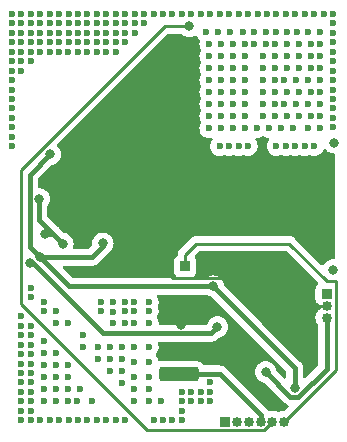
<source format=gbr>
%TF.GenerationSoftware,KiCad,Pcbnew,(6.0.5)*%
%TF.CreationDate,2022-07-19T18:24:44-04:00*%
%TF.ProjectId,torque_motor_design,746f7271-7565-45f6-9d6f-746f725f6465,rev?*%
%TF.SameCoordinates,Original*%
%TF.FileFunction,Copper,L2,Bot*%
%TF.FilePolarity,Positive*%
%FSLAX46Y46*%
G04 Gerber Fmt 4.6, Leading zero omitted, Abs format (unit mm)*
G04 Created by KiCad (PCBNEW (6.0.5)) date 2022-07-19 18:24:44*
%MOMM*%
%LPD*%
G01*
G04 APERTURE LIST*
G04 Aperture macros list*
%AMRoundRect*
0 Rectangle with rounded corners*
0 $1 Rounding radius*
0 $2 $3 $4 $5 $6 $7 $8 $9 X,Y pos of 4 corners*
0 Add a 4 corners polygon primitive as box body*
4,1,4,$2,$3,$4,$5,$6,$7,$8,$9,$2,$3,0*
0 Add four circle primitives for the rounded corners*
1,1,$1+$1,$2,$3*
1,1,$1+$1,$4,$5*
1,1,$1+$1,$6,$7*
1,1,$1+$1,$8,$9*
0 Add four rect primitives between the rounded corners*
20,1,$1+$1,$2,$3,$4,$5,0*
20,1,$1+$1,$4,$5,$6,$7,0*
20,1,$1+$1,$6,$7,$8,$9,0*
20,1,$1+$1,$8,$9,$2,$3,0*%
G04 Aperture macros list end*
%TA.AperFunction,ComponentPad*%
%ADD10R,0.850000X0.850000*%
%TD*%
%TA.AperFunction,ComponentPad*%
%ADD11O,0.850000X0.850000*%
%TD*%
%TA.AperFunction,SMDPad,CuDef*%
%ADD12RoundRect,0.250000X1.425000X-0.362500X1.425000X0.362500X-1.425000X0.362500X-1.425000X-0.362500X0*%
%TD*%
%TA.AperFunction,ViaPad*%
%ADD13C,0.800000*%
%TD*%
%TA.AperFunction,ViaPad*%
%ADD14C,0.600000*%
%TD*%
%TA.AperFunction,Conductor*%
%ADD15C,0.400000*%
%TD*%
%TA.AperFunction,Conductor*%
%ADD16C,0.250000*%
%TD*%
G04 APERTURE END LIST*
D10*
%TO.P,header_2,1*%
%TO.N,N/C*%
X198932800Y-58486800D03*
D11*
%TO.P,header_2,2*%
%TO.N,GND*%
X198932800Y-59486800D03*
%TO.P,header_2,3*%
%TO.N,+V*%
X198932800Y-60486800D03*
%TD*%
D10*
%TO.P,Current_Sense,1*%
%TO.N,current_sense*%
X186962000Y-56128000D03*
%TD*%
%TO.P,header,1*%
%TO.N,N/C*%
X190347600Y-69291200D03*
D11*
%TO.P,header,2*%
X191347600Y-69291200D03*
%TO.P,header,3*%
X192347600Y-69291200D03*
%TO.P,header,4*%
%TO.N,Net-(Motor-1-Pad1)*%
X193347600Y-69291200D03*
%TO.P,header,5*%
%TO.N,Torque_Mode*%
X194347600Y-69291200D03*
%TO.P,header,6*%
%TO.N,current_sense*%
X195347600Y-69291200D03*
%TD*%
D12*
%TO.P,R3,1*%
%TO.N,Net-(Motor-1-Pad1)*%
X186462000Y-65290500D03*
%TO.P,R3,2*%
%TO.N,GND*%
X186462000Y-59365500D03*
%TD*%
D13*
%TO.N,+V*%
X174592000Y-50418000D03*
X176602000Y-54208000D03*
X173792000Y-55868000D03*
X193792000Y-65078000D03*
X175092000Y-53368000D03*
X189692000Y-61268000D03*
D14*
%TO.N,-V*%
X173092000Y-35568000D03*
X175006000Y-62484000D03*
X192786000Y-36322000D03*
X189992000Y-41402000D03*
X189892000Y-45968000D03*
X196088000Y-44450000D03*
X173092000Y-65168000D03*
X178692000Y-69168000D03*
X192292000Y-34768000D03*
X183492000Y-34768000D03*
X181864000Y-60960000D03*
X199492000Y-38768000D03*
X187492000Y-67568000D03*
D13*
X175517500Y-46649601D03*
D14*
X197358000Y-44450000D03*
X197612000Y-39370000D03*
X185892000Y-34768000D03*
X185892000Y-69168000D03*
X196342000Y-42418000D03*
X189992000Y-43434000D03*
X185092000Y-69168000D03*
X181864000Y-59182000D03*
X195326000Y-42418000D03*
X179832000Y-59182000D03*
X180594000Y-64008000D03*
X189992000Y-40386000D03*
X195580000Y-38354000D03*
X177892000Y-36368000D03*
X195580000Y-36322000D03*
X178054000Y-66548000D03*
X186692000Y-34768000D03*
X183896000Y-59944000D03*
X189092000Y-67568000D03*
X172292000Y-36368000D03*
X181864000Y-59944000D03*
X198374000Y-39370000D03*
X173892000Y-57968000D03*
X175006000Y-65532000D03*
X194564000Y-43434000D03*
X196292000Y-34768000D03*
X174692000Y-34768000D03*
X177083969Y-37961077D03*
X182692000Y-35568000D03*
X195580000Y-39370000D03*
X172292000Y-39568000D03*
X173892000Y-37968000D03*
X174688787Y-37162683D03*
X179492000Y-37168000D03*
X176022000Y-60960000D03*
X188976000Y-38354000D03*
X197612000Y-43434000D03*
X173092000Y-61968000D03*
X181892000Y-69168000D03*
X188976000Y-44450000D03*
X192024000Y-40386000D03*
X192024000Y-42418000D03*
X196596000Y-39370000D03*
X172292000Y-44368000D03*
X197358000Y-40386000D03*
X173891999Y-66789876D03*
X173892000Y-37168000D03*
X191897000Y-36322000D03*
X194691866Y-45964521D03*
X181092000Y-35568000D03*
X179070000Y-67564000D03*
X197612000Y-41402000D03*
X192292000Y-45968000D03*
X176285575Y-37162683D03*
X173892000Y-34768000D03*
X177092000Y-69168000D03*
X199492000Y-41168000D03*
X188976000Y-40386000D03*
X199492000Y-35568000D03*
X182626000Y-64262000D03*
X179486781Y-69162781D03*
X182626000Y-59944000D03*
D13*
X189342000Y-57818000D03*
D14*
X187492000Y-34768000D03*
X177038000Y-65532000D03*
X180292000Y-37968000D03*
X189892000Y-34768000D03*
X173892000Y-68368000D03*
X196596000Y-43434000D03*
X183896000Y-64262000D03*
X198374000Y-40386000D03*
X184288521Y-69164521D03*
D13*
X196242000Y-66418000D03*
D14*
X180292000Y-34768000D03*
X192024000Y-44450000D03*
X183896000Y-59182000D03*
X193548000Y-38354000D03*
X182626000Y-60960000D03*
X188292000Y-34768000D03*
X173092000Y-69168000D03*
X196292000Y-45968000D03*
X172292000Y-43568000D03*
X199492000Y-37168000D03*
X193548000Y-43434000D03*
X173080258Y-39557864D03*
X181092000Y-69168000D03*
X173892000Y-65968000D03*
X194056000Y-44450000D03*
X184292000Y-34768000D03*
X174690393Y-36362781D03*
D13*
X174692000Y-55368000D03*
D14*
X174692000Y-35568000D03*
X182626000Y-65532000D03*
X175006000Y-59944000D03*
X176022000Y-67564000D03*
X183870642Y-67546787D03*
X173892000Y-61968000D03*
X189738000Y-36322000D03*
X173892000Y-35568000D03*
X199492000Y-42768000D03*
X175492000Y-69168000D03*
X178692000Y-37968000D03*
X178692000Y-35568000D03*
X195580000Y-41402000D03*
X193548000Y-40386000D03*
X179491599Y-35562781D03*
X191492000Y-34768000D03*
X176022000Y-63500000D03*
X188976000Y-43434000D03*
X189092000Y-65968000D03*
X196469000Y-36322000D03*
X177038000Y-66548000D03*
X175006000Y-67564000D03*
X190692000Y-45968000D03*
X193548000Y-39370000D03*
X191492000Y-45968000D03*
X192786000Y-37338000D03*
X173892000Y-65168000D03*
X183896000Y-62992000D03*
X198692000Y-34768000D03*
X172288521Y-40367999D03*
X194564000Y-39370000D03*
X175488654Y-35567999D03*
X191008000Y-39370000D03*
X194564000Y-37338000D03*
X192024000Y-41402000D03*
X183896000Y-66548000D03*
X180848000Y-60960000D03*
X199492000Y-43568000D03*
X181610000Y-66040000D03*
X173092000Y-65968000D03*
X176270726Y-35562781D03*
X195580000Y-37338000D03*
X177092000Y-37168000D03*
X188292000Y-67568000D03*
X180848000Y-59968000D03*
X182626000Y-66548000D03*
X193548000Y-41402000D03*
X184912000Y-67564000D03*
X181610000Y-62992000D03*
X189085575Y-66761778D03*
X197892000Y-45968000D03*
X186692000Y-67568000D03*
X189992000Y-42418000D03*
X177892000Y-37968000D03*
X179578000Y-62992000D03*
X177892000Y-37168000D03*
X177038000Y-60960000D03*
X186692000Y-69168000D03*
X193548000Y-42418000D03*
X179578000Y-64008000D03*
X181892000Y-34768000D03*
X173084172Y-68366393D03*
X186692000Y-66768000D03*
X177089993Y-35562781D03*
X181610000Y-64008000D03*
X173092000Y-34768000D03*
X177038000Y-67564000D03*
X180594000Y-62992000D03*
X173890393Y-58766393D03*
X191008000Y-37338000D03*
X189992000Y-44450000D03*
X181892000Y-36368000D03*
X198374000Y-42418000D03*
X198374000Y-38354000D03*
X199492000Y-40368000D03*
X196596000Y-38354000D03*
X188976000Y-37338000D03*
X179484172Y-37967999D03*
X173092000Y-64368000D03*
X172292000Y-34768000D03*
X176292000Y-69168000D03*
X173892000Y-36368000D03*
X198374000Y-37338000D03*
X173092000Y-60368000D03*
X180292000Y-36368000D03*
X199492000Y-44368000D03*
X181092000Y-34768000D03*
X176022000Y-64516000D03*
X193802000Y-37338000D03*
X173092000Y-66768000D03*
X182626000Y-62992000D03*
X189092000Y-34768000D03*
X175006000Y-59182000D03*
X173892000Y-64368000D03*
X173890393Y-38759471D03*
X182626000Y-59182000D03*
X194564000Y-40386000D03*
X181892000Y-37168000D03*
X178692000Y-37168000D03*
X197358000Y-42418000D03*
X180292000Y-37168000D03*
X173092000Y-37968000D03*
X175487181Y-37162683D03*
X178308000Y-62992000D03*
X199492000Y-39568000D03*
X189992000Y-38354000D03*
X178692000Y-34768000D03*
X192024000Y-39370000D03*
X174692000Y-37968000D03*
X181092000Y-36368000D03*
X173088521Y-36371612D03*
X176022000Y-65532000D03*
X183896000Y-60960000D03*
X172292000Y-35568000D03*
X177892000Y-34768000D03*
X194564000Y-38354000D03*
X176022000Y-66548000D03*
X175492000Y-34768000D03*
X175006000Y-63500000D03*
X198374000Y-36322000D03*
X181610000Y-65024000D03*
X180848000Y-59182000D03*
X181092000Y-37968000D03*
X176292000Y-37968000D03*
X188292000Y-66768000D03*
X173092000Y-67568000D03*
X173092000Y-63568000D03*
X172289680Y-45965680D03*
X173092000Y-37168000D03*
X191008000Y-43434000D03*
X199492000Y-41968000D03*
X187488787Y-66761778D03*
X186692000Y-68368000D03*
X172292000Y-41968000D03*
X173092000Y-38768000D03*
X191008000Y-41402000D03*
X190692000Y-34768000D03*
X173092000Y-62768000D03*
X172292000Y-37168000D03*
X179492000Y-36368000D03*
X182692000Y-34768000D03*
X190754000Y-36322000D03*
X175492000Y-36368000D03*
X176292000Y-34768000D03*
X172292000Y-38768000D03*
X183896000Y-65532000D03*
X196596000Y-41402000D03*
X175006000Y-64516000D03*
X178308000Y-61976000D03*
X199492000Y-34768000D03*
X194691000Y-36322000D03*
X177892000Y-35568000D03*
X179492000Y-34768000D03*
X197612000Y-37338000D03*
X191008000Y-44450000D03*
X183492000Y-35568000D03*
X192024000Y-37338000D03*
X199488521Y-37967999D03*
X199492000Y-36368000D03*
X197092000Y-45968000D03*
X195072000Y-44450000D03*
X198374000Y-41402000D03*
X177092000Y-34768000D03*
X180292000Y-35568000D03*
X196342000Y-40386000D03*
X188976000Y-42418000D03*
X181892000Y-35568000D03*
X174692000Y-69168000D03*
X193040000Y-44450000D03*
X193892000Y-34768000D03*
X180292000Y-69168000D03*
X177092000Y-36368000D03*
X191008000Y-38354000D03*
X188722000Y-36322000D03*
X197892000Y-34768000D03*
X193802000Y-36322000D03*
X185092000Y-34768000D03*
D13*
X199491600Y-56438800D03*
D14*
X172292000Y-45168000D03*
X191008000Y-42418000D03*
X176022000Y-59944000D03*
X173092000Y-61168000D03*
X177892000Y-69168000D03*
X198374000Y-44450000D03*
X172292000Y-41168000D03*
X175498922Y-37961077D03*
X193092000Y-34768000D03*
X182626000Y-67564000D03*
D13*
X199592000Y-45668000D03*
D14*
X195326000Y-40386000D03*
X188976000Y-41402000D03*
X172292000Y-42768000D03*
X173892000Y-69168000D03*
X178692000Y-36368000D03*
X177800000Y-67564000D03*
X198374000Y-43434000D03*
X173892000Y-67568000D03*
X182692000Y-36368000D03*
X188976000Y-39370000D03*
X180594000Y-65024000D03*
X192024000Y-43434000D03*
X181092000Y-37168000D03*
X173892000Y-62768000D03*
X197612000Y-38354000D03*
X195580000Y-43434000D03*
X195492000Y-45968000D03*
X192024000Y-38354000D03*
X191008000Y-40386000D03*
X189992000Y-37338000D03*
X194692000Y-34768000D03*
D13*
X179992000Y-54193000D03*
D14*
X195492000Y-34768000D03*
X173892000Y-61168000D03*
X175006000Y-66548000D03*
X194564000Y-41402000D03*
X177038000Y-64516000D03*
X172292000Y-37968000D03*
X197358000Y-36322000D03*
X194564000Y-42418000D03*
X189992000Y-39370000D03*
X176292000Y-36368000D03*
X196596000Y-37338000D03*
X173892000Y-63568000D03*
X197092000Y-34768000D03*
X179832000Y-59944000D03*
D13*
%TO.N,Torque_Mode*%
X187325000Y-35814000D03*
%TO.N,GND*%
X191008000Y-57277000D03*
X187807600Y-52578000D03*
X186639200Y-61061600D03*
X180721000Y-42672000D03*
X183742000Y-41718000D03*
X175671854Y-51486867D03*
X178212000Y-53318000D03*
X194818000Y-56845200D03*
%TO.N,Net-(Motor-1-Pad1)*%
X186752000Y-65238000D03*
%TD*%
D15*
%TO.N,+V*%
X198932800Y-64787170D02*
X198932800Y-60486800D01*
X174061320Y-55868000D02*
X180004431Y-61811111D01*
X175092000Y-53368000D02*
X175762000Y-53368000D01*
X175762000Y-53368000D02*
X176602000Y-54208000D01*
X174592000Y-50418000D02*
X174592000Y-52198000D01*
X174592000Y-52198000D02*
X176602000Y-54208000D01*
X195881511Y-67167511D02*
X196552459Y-67167511D01*
X180004431Y-61811111D02*
X189148889Y-61811111D01*
X193792000Y-65078000D02*
X195881511Y-67167511D01*
X189148889Y-61811111D02*
X189692000Y-61268000D01*
X196552459Y-67167511D02*
X198932800Y-64787170D01*
X173792000Y-55868000D02*
X174061320Y-55868000D01*
%TO.N,-V*%
X173792489Y-48374612D02*
X173792489Y-54468489D01*
X196242000Y-64718000D02*
X189342000Y-57818000D01*
X177142000Y-57818000D02*
X174692000Y-55368000D01*
X179992000Y-54193000D02*
X179992000Y-54448680D01*
X175517500Y-46649601D02*
X173792489Y-48374612D01*
X189342000Y-57818000D02*
X177142000Y-57818000D01*
X173792489Y-54468489D02*
X174692000Y-55368000D01*
X179992000Y-54448680D02*
X179072680Y-55368000D01*
X179072680Y-55368000D02*
X174692000Y-55368000D01*
X196242000Y-66418000D02*
X196242000Y-64718000D01*
D16*
%TO.N,Torque_Mode*%
X185216800Y-35814000D02*
X187325000Y-35814000D01*
X183731911Y-69990711D02*
X173024800Y-59283600D01*
X194347600Y-69291200D02*
X193648089Y-69990711D01*
X193648089Y-69990711D02*
X183731911Y-69990711D01*
X173024800Y-48006000D02*
X185216800Y-35814000D01*
X173024800Y-59283600D02*
X173024800Y-48006000D01*
%TO.N,GND*%
X194818000Y-57294000D02*
X197010800Y-59486800D01*
X194818000Y-56845200D02*
X191439800Y-56845200D01*
X175671854Y-51486867D02*
X177502987Y-53318000D01*
X186462000Y-60884400D02*
X186639200Y-61061600D01*
X180721000Y-42672000D02*
X180721000Y-46437721D01*
X190874489Y-57143489D02*
X185972289Y-57143489D01*
X180315667Y-51486867D02*
X175671854Y-51486867D01*
X180721000Y-45491400D02*
X180721000Y-42672000D01*
X187807600Y-52578000D02*
X180721000Y-45491400D01*
X197010800Y-59486800D02*
X198932800Y-59486800D01*
X181675000Y-41718000D02*
X183742000Y-41718000D01*
X186509500Y-59318000D02*
X186462000Y-59365500D01*
X177502987Y-53318000D02*
X178212000Y-53318000D01*
X185972289Y-57143489D02*
X180315667Y-51486867D01*
X194818000Y-56845200D02*
X194818000Y-57294000D01*
X180721000Y-46437721D02*
X175671854Y-51486867D01*
X191439800Y-56845200D02*
X191008000Y-57277000D01*
X180721000Y-42672000D02*
X181675000Y-41718000D01*
X186612000Y-59318000D02*
X186509500Y-59318000D01*
X186462000Y-59365500D02*
X186462000Y-60884400D01*
X191008000Y-57277000D02*
X190874489Y-57143489D01*
D15*
%TO.N,Net-(Motor-1-Pad1)*%
X186752000Y-65238000D02*
X189895440Y-65238000D01*
X193347600Y-68690160D02*
X193347600Y-69291200D01*
X186514500Y-65238000D02*
X186462000Y-65290500D01*
X189895440Y-65238000D02*
X193347600Y-68690160D01*
X186752000Y-65238000D02*
X186514500Y-65238000D01*
D16*
%TO.N,current_sense*%
X199745600Y-57404000D02*
X198983600Y-57404000D01*
X198983600Y-57404000D02*
X195783200Y-54203600D01*
X199745600Y-64893200D02*
X199745600Y-57404000D01*
X186962000Y-55150800D02*
X186962000Y-56128000D01*
X195347600Y-69291200D02*
X199745600Y-64893200D01*
X187909200Y-54203600D02*
X186962000Y-55150800D01*
X195783200Y-54203600D02*
X187909200Y-54203600D01*
%TD*%
%TA.AperFunction,Conductor*%
%TO.N,GND*%
G36*
X188798716Y-58546502D02*
G01*
X188804656Y-58550564D01*
X188872916Y-58600158D01*
X188885248Y-58609118D01*
X188891276Y-58611802D01*
X188891278Y-58611803D01*
X189042842Y-58679283D01*
X189059712Y-58686794D01*
X189196411Y-58715850D01*
X189212569Y-58719285D01*
X189275467Y-58753437D01*
X195496595Y-64974565D01*
X195530621Y-65036877D01*
X195533500Y-65063660D01*
X195533500Y-65513340D01*
X195513498Y-65581461D01*
X195459842Y-65627954D01*
X195389568Y-65638058D01*
X195324988Y-65608564D01*
X195318405Y-65602435D01*
X194726665Y-65010695D01*
X194692639Y-64948383D01*
X194690450Y-64934770D01*
X194686232Y-64894637D01*
X194686232Y-64894635D01*
X194685542Y-64888072D01*
X194626527Y-64706444D01*
X194605990Y-64670872D01*
X194575286Y-64617692D01*
X194531040Y-64541056D01*
X194517611Y-64526141D01*
X194407675Y-64404045D01*
X194407674Y-64404044D01*
X194403253Y-64399134D01*
X194248752Y-64286882D01*
X194242724Y-64284198D01*
X194242722Y-64284197D01*
X194080319Y-64211891D01*
X194080318Y-64211891D01*
X194074288Y-64209206D01*
X193954175Y-64183675D01*
X193893944Y-64170872D01*
X193893939Y-64170872D01*
X193887487Y-64169500D01*
X193696513Y-64169500D01*
X193690061Y-64170872D01*
X193690056Y-64170872D01*
X193629825Y-64183675D01*
X193509712Y-64209206D01*
X193503682Y-64211891D01*
X193503681Y-64211891D01*
X193341278Y-64284197D01*
X193341276Y-64284198D01*
X193335248Y-64286882D01*
X193180747Y-64399134D01*
X193176326Y-64404044D01*
X193176325Y-64404045D01*
X193066390Y-64526141D01*
X193052960Y-64541056D01*
X193008714Y-64617692D01*
X192978011Y-64670872D01*
X192957473Y-64706444D01*
X192898458Y-64888072D01*
X192897768Y-64894633D01*
X192897768Y-64894635D01*
X192884826Y-65017771D01*
X192878496Y-65078000D01*
X192879186Y-65084565D01*
X192889264Y-65180448D01*
X192898458Y-65267928D01*
X192957473Y-65449556D01*
X193052960Y-65614944D01*
X193057378Y-65619851D01*
X193057379Y-65619852D01*
X193176325Y-65751955D01*
X193180747Y-65756866D01*
X193269017Y-65820998D01*
X193307125Y-65848685D01*
X193335248Y-65869118D01*
X193341276Y-65871802D01*
X193341278Y-65871803D01*
X193503681Y-65944109D01*
X193509712Y-65946794D01*
X193646411Y-65975850D01*
X193662569Y-65979285D01*
X193725467Y-66013437D01*
X195360061Y-67648031D01*
X195365915Y-67654296D01*
X195403950Y-67697896D01*
X195410168Y-67702266D01*
X195456208Y-67734623D01*
X195461504Y-67738556D01*
X195511793Y-67777988D01*
X195518715Y-67781113D01*
X195520963Y-67782475D01*
X195535696Y-67790879D01*
X195538035Y-67792133D01*
X195544250Y-67796501D01*
X195551326Y-67799260D01*
X195551330Y-67799262D01*
X195603780Y-67819711D01*
X195609858Y-67822266D01*
X195657805Y-67843915D01*
X195711658Y-67890176D01*
X195731953Y-67958210D01*
X195712243Y-68026416D01*
X195695049Y-68047846D01*
X195422100Y-68320795D01*
X195359788Y-68354821D01*
X195333005Y-68357700D01*
X195249485Y-68357700D01*
X195243032Y-68359072D01*
X195243028Y-68359072D01*
X195167873Y-68375047D01*
X195057544Y-68398498D01*
X195051514Y-68401183D01*
X195051513Y-68401183D01*
X195025551Y-68412742D01*
X194898848Y-68469154D01*
X194828482Y-68478588D01*
X194796353Y-68469155D01*
X194669649Y-68412742D01*
X194643687Y-68401183D01*
X194643686Y-68401183D01*
X194637656Y-68398498D01*
X194527327Y-68375047D01*
X194452172Y-68359072D01*
X194452168Y-68359072D01*
X194445715Y-68357700D01*
X194249485Y-68357700D01*
X194240998Y-68359504D01*
X194097851Y-68389930D01*
X194027061Y-68384528D01*
X193970428Y-68341711D01*
X193964545Y-68332846D01*
X193961915Y-68326855D01*
X193957296Y-68320836D01*
X193957294Y-68320832D01*
X193936140Y-68293265D01*
X193923013Y-68276158D01*
X193919141Y-68270828D01*
X193887261Y-68224440D01*
X193887256Y-68224435D01*
X193882957Y-68218179D01*
X193876100Y-68212069D01*
X193836430Y-68176725D01*
X193831154Y-68171744D01*
X190416890Y-64757480D01*
X190411036Y-64751215D01*
X190380045Y-64715690D01*
X190373001Y-64707615D01*
X190320720Y-64670871D01*
X190315426Y-64666939D01*
X190271133Y-64632209D01*
X190265158Y-64627524D01*
X190258242Y-64624401D01*
X190255956Y-64623017D01*
X190241275Y-64614643D01*
X190238915Y-64613378D01*
X190232701Y-64609010D01*
X190225622Y-64606250D01*
X190225620Y-64606249D01*
X190173165Y-64585798D01*
X190167096Y-64583247D01*
X190108867Y-64556955D01*
X190101400Y-64555571D01*
X190098845Y-64554770D01*
X190082592Y-64550141D01*
X190080012Y-64549478D01*
X190072931Y-64546718D01*
X190065400Y-64545727D01*
X190065398Y-64545726D01*
X190035779Y-64541827D01*
X190009579Y-64538378D01*
X190003081Y-64537348D01*
X189940254Y-64525704D01*
X189932674Y-64526141D01*
X189932673Y-64526141D01*
X189878048Y-64529291D01*
X189870794Y-64529500D01*
X188602617Y-64529500D01*
X188534496Y-64509498D01*
X188495474Y-64469805D01*
X188489332Y-64459880D01*
X188485478Y-64453652D01*
X188360303Y-64328695D01*
X188354072Y-64324854D01*
X188215968Y-64239725D01*
X188215966Y-64239724D01*
X188209738Y-64235885D01*
X188108066Y-64202162D01*
X188048389Y-64182368D01*
X188048387Y-64182368D01*
X188041861Y-64180203D01*
X188035025Y-64179503D01*
X188035022Y-64179502D01*
X187991969Y-64175091D01*
X187937400Y-64169500D01*
X184986600Y-64169500D01*
X184983354Y-64169837D01*
X184983350Y-64169837D01*
X184887692Y-64179762D01*
X184887688Y-64179763D01*
X184880834Y-64180474D01*
X184874298Y-64182655D01*
X184874296Y-64182655D01*
X184854709Y-64189190D01*
X184783760Y-64191774D01*
X184722676Y-64155591D01*
X184692514Y-64095443D01*
X184691744Y-64095618D01*
X184691033Y-64092489D01*
X184690851Y-64092126D01*
X184690670Y-64090892D01*
X184690182Y-64088745D01*
X184689397Y-64081745D01*
X184663103Y-64006238D01*
X184632064Y-63917106D01*
X184632062Y-63917103D01*
X184629745Y-63910448D01*
X184533626Y-63756624D01*
X184520935Y-63743844D01*
X184493979Y-63716699D01*
X184460172Y-63654268D01*
X184465484Y-63583470D01*
X184496492Y-63536670D01*
X184505872Y-63527737D01*
X184519266Y-63514982D01*
X184619643Y-63363902D01*
X184684055Y-63194338D01*
X184696010Y-63109273D01*
X184708748Y-63018639D01*
X184708748Y-63018636D01*
X184709299Y-63014717D01*
X184709616Y-62992000D01*
X184689397Y-62811745D01*
X184685546Y-62800685D01*
X184645973Y-62687048D01*
X184642459Y-62616138D01*
X184677841Y-62554586D01*
X184740883Y-62521934D01*
X184764964Y-62519611D01*
X189119977Y-62519611D01*
X189128547Y-62519903D01*
X189178665Y-62523320D01*
X189178669Y-62523320D01*
X189186241Y-62523836D01*
X189193718Y-62522531D01*
X189193719Y-62522531D01*
X189220197Y-62517910D01*
X189249192Y-62512849D01*
X189255710Y-62511888D01*
X189319131Y-62504213D01*
X189326232Y-62501530D01*
X189328841Y-62500889D01*
X189345151Y-62496426D01*
X189347687Y-62495661D01*
X189355173Y-62494354D01*
X189413689Y-62468667D01*
X189419793Y-62466176D01*
X189472437Y-62446284D01*
X189472438Y-62446283D01*
X189479545Y-62443598D01*
X189485808Y-62439294D01*
X189488174Y-62438057D01*
X189502986Y-62429812D01*
X189505240Y-62428479D01*
X189512194Y-62425426D01*
X189562891Y-62386524D01*
X189568221Y-62382652D01*
X189614609Y-62350772D01*
X189614614Y-62350767D01*
X189620870Y-62346468D01*
X189662325Y-62299940D01*
X189667305Y-62294665D01*
X189758533Y-62203437D01*
X189821431Y-62169285D01*
X189837589Y-62165850D01*
X189974288Y-62136794D01*
X189980319Y-62134109D01*
X190142722Y-62061803D01*
X190142724Y-62061802D01*
X190148752Y-62059118D01*
X190303253Y-61946866D01*
X190431040Y-61804944D01*
X190526527Y-61639556D01*
X190585542Y-61457928D01*
X190605504Y-61268000D01*
X190591011Y-61130102D01*
X190586232Y-61084635D01*
X190586232Y-61084633D01*
X190585542Y-61078072D01*
X190526527Y-60896444D01*
X190431040Y-60731056D01*
X190417205Y-60715690D01*
X190307675Y-60594045D01*
X190307674Y-60594044D01*
X190303253Y-60589134D01*
X190148752Y-60476882D01*
X190142724Y-60474198D01*
X190142722Y-60474197D01*
X189980319Y-60401891D01*
X189980318Y-60401891D01*
X189974288Y-60399206D01*
X189880887Y-60379353D01*
X189793944Y-60360872D01*
X189793939Y-60360872D01*
X189787487Y-60359500D01*
X189596513Y-60359500D01*
X189590061Y-60360872D01*
X189590056Y-60360872D01*
X189503113Y-60379353D01*
X189409712Y-60399206D01*
X189403682Y-60401891D01*
X189403681Y-60401891D01*
X189241278Y-60474197D01*
X189241276Y-60474198D01*
X189235248Y-60476882D01*
X189080747Y-60589134D01*
X189076326Y-60594044D01*
X189076325Y-60594045D01*
X188966796Y-60715690D01*
X188952960Y-60731056D01*
X188857473Y-60896444D01*
X188828167Y-60986640D01*
X188818774Y-61015547D01*
X188778701Y-61074153D01*
X188713304Y-61101790D01*
X188698941Y-61102611D01*
X184835397Y-61102611D01*
X184767276Y-61082609D01*
X184720783Y-61028953D01*
X184709409Y-60974855D01*
X184709561Y-60963964D01*
X184709561Y-60963959D01*
X184709616Y-60960000D01*
X184689397Y-60779745D01*
X184687080Y-60773091D01*
X184632064Y-60615106D01*
X184632062Y-60615103D01*
X184629745Y-60608448D01*
X184573674Y-60518715D01*
X184554539Y-60450349D01*
X184575581Y-60382221D01*
X184592706Y-60356446D01*
X184619643Y-60315902D01*
X184672527Y-60176685D01*
X184681555Y-60152920D01*
X184681556Y-60152918D01*
X184684055Y-60146338D01*
X184709299Y-59966717D01*
X184709616Y-59944000D01*
X184689397Y-59763745D01*
X184687080Y-59757091D01*
X184632993Y-59601774D01*
X184629479Y-59530864D01*
X184634196Y-59515594D01*
X184681554Y-59390924D01*
X184681556Y-59390917D01*
X184684055Y-59384338D01*
X184687136Y-59362415D01*
X184708748Y-59208639D01*
X184708748Y-59208636D01*
X184709299Y-59204717D01*
X184709616Y-59182000D01*
X184689397Y-59001745D01*
X184687080Y-58995091D01*
X184632064Y-58837106D01*
X184632062Y-58837103D01*
X184629745Y-58830448D01*
X184560272Y-58719267D01*
X184541137Y-58650900D01*
X184562002Y-58583039D01*
X184616244Y-58537231D01*
X184667127Y-58526500D01*
X188730595Y-58526500D01*
X188798716Y-58546502D01*
G37*
%TD.AperFunction*%
%TA.AperFunction,Conductor*%
G36*
X195536727Y-54857102D02*
G01*
X195557701Y-54874005D01*
X198177643Y-57493948D01*
X198211669Y-57556260D01*
X198206604Y-57627076D01*
X198164113Y-57683869D01*
X198144539Y-57698539D01*
X198057185Y-57815095D01*
X198006055Y-57951484D01*
X197999300Y-58013666D01*
X197999300Y-58959934D01*
X198006055Y-59022116D01*
X198057185Y-59158505D01*
X198144539Y-59275061D01*
X198261095Y-59362415D01*
X198397484Y-59413545D01*
X198405336Y-59414398D01*
X198405340Y-59414399D01*
X198456380Y-59419943D01*
X198521943Y-59447185D01*
X198562369Y-59505548D01*
X198564825Y-59576502D01*
X198528530Y-59637520D01*
X198494023Y-59660312D01*
X198469514Y-59671224D01*
X198469506Y-59671229D01*
X198463479Y-59673912D01*
X198458138Y-59677792D01*
X198458137Y-59677793D01*
X198339835Y-59763745D01*
X198304726Y-59789253D01*
X198300305Y-59794163D01*
X198300304Y-59794164D01*
X198241302Y-59859693D01*
X198173423Y-59935080D01*
X198075308Y-60105020D01*
X198014670Y-60291645D01*
X197994158Y-60486800D01*
X198014670Y-60681955D01*
X198075308Y-60868580D01*
X198078611Y-60874302D01*
X198078612Y-60874303D01*
X198160160Y-61015547D01*
X198173423Y-61038520D01*
X198177845Y-61043431D01*
X198177847Y-61043434D01*
X198191936Y-61059082D01*
X198222654Y-61123089D01*
X198224300Y-61143392D01*
X198224300Y-64441509D01*
X198204298Y-64509630D01*
X198187395Y-64530604D01*
X197633435Y-65084565D01*
X197165595Y-65552405D01*
X197103283Y-65586430D01*
X197032468Y-65581366D01*
X196975632Y-65538819D01*
X196950821Y-65472299D01*
X196950500Y-65463310D01*
X196950500Y-64746927D01*
X196950792Y-64738358D01*
X196954210Y-64688225D01*
X196954210Y-64688221D01*
X196954726Y-64680648D01*
X196943736Y-64617681D01*
X196942775Y-64611165D01*
X196939705Y-64585798D01*
X196935102Y-64547758D01*
X196932419Y-64540657D01*
X196931778Y-64538048D01*
X196927313Y-64521728D01*
X196926548Y-64519195D01*
X196925243Y-64511717D01*
X196899552Y-64453190D01*
X196897067Y-64447102D01*
X196877172Y-64394449D01*
X196877171Y-64394447D01*
X196874487Y-64387344D01*
X196870186Y-64381085D01*
X196868949Y-64378720D01*
X196860727Y-64363948D01*
X196859372Y-64361656D01*
X196856316Y-64354695D01*
X196851691Y-64348668D01*
X196851689Y-64348664D01*
X196817407Y-64303987D01*
X196813529Y-64298650D01*
X196805442Y-64286882D01*
X196777357Y-64246019D01*
X196770712Y-64240098D01*
X196730839Y-64204573D01*
X196725563Y-64199592D01*
X193502656Y-60976685D01*
X190276665Y-57750695D01*
X190242639Y-57688383D01*
X190240450Y-57674770D01*
X190236232Y-57634637D01*
X190235542Y-57628072D01*
X190176527Y-57446444D01*
X190081040Y-57281056D01*
X189953253Y-57139134D01*
X189816293Y-57039626D01*
X189804094Y-57030763D01*
X189804093Y-57030762D01*
X189798752Y-57026882D01*
X189792724Y-57024198D01*
X189792722Y-57024197D01*
X189630319Y-56951891D01*
X189630318Y-56951891D01*
X189624288Y-56949206D01*
X189530887Y-56929353D01*
X189443944Y-56910872D01*
X189443939Y-56910872D01*
X189437487Y-56909500D01*
X189246513Y-56909500D01*
X189240061Y-56910872D01*
X189240056Y-56910872D01*
X189153113Y-56929353D01*
X189059712Y-56949206D01*
X189053682Y-56951891D01*
X189053681Y-56951891D01*
X188891278Y-57024197D01*
X188891276Y-57024198D01*
X188885248Y-57026882D01*
X188879907Y-57030762D01*
X188879906Y-57030763D01*
X188804656Y-57085436D01*
X188737789Y-57109294D01*
X188730595Y-57109500D01*
X187857327Y-57109500D01*
X187789206Y-57089498D01*
X187742713Y-57035842D01*
X187732609Y-56965568D01*
X187756501Y-56907935D01*
X187832229Y-56806891D01*
X187837615Y-56799705D01*
X187888745Y-56663316D01*
X187895500Y-56601134D01*
X187895500Y-55654866D01*
X187888745Y-55592684D01*
X187837615Y-55456295D01*
X187780948Y-55380684D01*
X187756101Y-55314178D01*
X187771154Y-55244796D01*
X187792680Y-55216024D01*
X187937935Y-55070770D01*
X188134701Y-54874004D01*
X188197013Y-54839979D01*
X188223796Y-54837100D01*
X195468606Y-54837100D01*
X195536727Y-54857102D01*
G37*
%TD.AperFunction*%
%TA.AperFunction,Conductor*%
G36*
X186684921Y-36467502D02*
G01*
X186704147Y-36483843D01*
X186704420Y-36483540D01*
X186709332Y-36487963D01*
X186713747Y-36492866D01*
X186719086Y-36496745D01*
X186849988Y-36591851D01*
X186868248Y-36605118D01*
X186874276Y-36607802D01*
X186874278Y-36607803D01*
X187012397Y-36669297D01*
X187042712Y-36682794D01*
X187136113Y-36702647D01*
X187223056Y-36721128D01*
X187223061Y-36721128D01*
X187229513Y-36722500D01*
X187420487Y-36722500D01*
X187426939Y-36721128D01*
X187426944Y-36721128D01*
X187513887Y-36702647D01*
X187607288Y-36682794D01*
X187637603Y-36669297D01*
X187775722Y-36607803D01*
X187775724Y-36607802D01*
X187781752Y-36605118D01*
X187789307Y-36599629D01*
X187790804Y-36599095D01*
X187792811Y-36597936D01*
X187793023Y-36598303D01*
X187856175Y-36575770D01*
X187925327Y-36591851D01*
X187974807Y-36642765D01*
X187978020Y-36650297D01*
X187978240Y-36650195D01*
X187981195Y-36656590D01*
X187983418Y-36663273D01*
X188077380Y-36818424D01*
X188082270Y-36823487D01*
X188082274Y-36823493D01*
X188187763Y-36932729D01*
X188220696Y-36995625D01*
X188215528Y-37063350D01*
X188198554Y-37109986D01*
X188185197Y-37146685D01*
X188162463Y-37326640D01*
X188180163Y-37507160D01*
X188237418Y-37679273D01*
X188241065Y-37685295D01*
X188241066Y-37685297D01*
X188299101Y-37781124D01*
X188317280Y-37849753D01*
X188297236Y-37914650D01*
X188251054Y-37986310D01*
X188251050Y-37986319D01*
X188247235Y-37992238D01*
X188185197Y-38162685D01*
X188162463Y-38342640D01*
X188180163Y-38523160D01*
X188237418Y-38695273D01*
X188241065Y-38701295D01*
X188241066Y-38701297D01*
X188255967Y-38725902D01*
X188289601Y-38781437D01*
X188299101Y-38797124D01*
X188317280Y-38865753D01*
X188297236Y-38930650D01*
X188251054Y-39002310D01*
X188251050Y-39002319D01*
X188247235Y-39008238D01*
X188185197Y-39178685D01*
X188162463Y-39358640D01*
X188180163Y-39539160D01*
X188237418Y-39711273D01*
X188241065Y-39717295D01*
X188241066Y-39717297D01*
X188299101Y-39813124D01*
X188317280Y-39881753D01*
X188297236Y-39946650D01*
X188251054Y-40018310D01*
X188251050Y-40018319D01*
X188247235Y-40024238D01*
X188185197Y-40194685D01*
X188162463Y-40374640D01*
X188180163Y-40555160D01*
X188237418Y-40727273D01*
X188241065Y-40733295D01*
X188241066Y-40733297D01*
X188299101Y-40829124D01*
X188317280Y-40897753D01*
X188297236Y-40962650D01*
X188251054Y-41034310D01*
X188251050Y-41034319D01*
X188247235Y-41040238D01*
X188185197Y-41210685D01*
X188162463Y-41390640D01*
X188180163Y-41571160D01*
X188237418Y-41743273D01*
X188241065Y-41749295D01*
X188241066Y-41749297D01*
X188299101Y-41845124D01*
X188317280Y-41913753D01*
X188297236Y-41978650D01*
X188251054Y-42050310D01*
X188251050Y-42050319D01*
X188247235Y-42056238D01*
X188185197Y-42226685D01*
X188162463Y-42406640D01*
X188180163Y-42587160D01*
X188237418Y-42759273D01*
X188241065Y-42765295D01*
X188241066Y-42765297D01*
X188299101Y-42861124D01*
X188317280Y-42929753D01*
X188297236Y-42994650D01*
X188251054Y-43066310D01*
X188251050Y-43066319D01*
X188247235Y-43072238D01*
X188244826Y-43078858D01*
X188244825Y-43078859D01*
X188193908Y-43218752D01*
X188185197Y-43242685D01*
X188162463Y-43422640D01*
X188180163Y-43603160D01*
X188237418Y-43775273D01*
X188241065Y-43781295D01*
X188241066Y-43781297D01*
X188299101Y-43877124D01*
X188317280Y-43945753D01*
X188297236Y-44010650D01*
X188251054Y-44082310D01*
X188251050Y-44082319D01*
X188247235Y-44088238D01*
X188185197Y-44258685D01*
X188162463Y-44438640D01*
X188180163Y-44619160D01*
X188237418Y-44791273D01*
X188241065Y-44797295D01*
X188241066Y-44797297D01*
X188256697Y-44823106D01*
X188331380Y-44946424D01*
X188457382Y-45076902D01*
X188463278Y-45080760D01*
X188590577Y-45164062D01*
X188609159Y-45176222D01*
X188615763Y-45178678D01*
X188615765Y-45178679D01*
X188772558Y-45236990D01*
X188772560Y-45236990D01*
X188779168Y-45239448D01*
X188862995Y-45250633D01*
X188951980Y-45262507D01*
X188951984Y-45262507D01*
X188958961Y-45263438D01*
X188965972Y-45262800D01*
X188965976Y-45262800D01*
X189054137Y-45254776D01*
X189139600Y-45246998D01*
X189144627Y-45245365D01*
X189214684Y-45251202D01*
X189271017Y-45294413D01*
X189295045Y-45361220D01*
X189279140Y-45430413D01*
X189266915Y-45448366D01*
X189266529Y-45448840D01*
X189261493Y-45453771D01*
X189163235Y-45606238D01*
X189160826Y-45612858D01*
X189160824Y-45612861D01*
X189140755Y-45668000D01*
X189101197Y-45776685D01*
X189078463Y-45956640D01*
X189096163Y-46137160D01*
X189153418Y-46309273D01*
X189157065Y-46315295D01*
X189157066Y-46315297D01*
X189240701Y-46453395D01*
X189247380Y-46464424D01*
X189252269Y-46469487D01*
X189252270Y-46469488D01*
X189273027Y-46490982D01*
X189373382Y-46594902D01*
X189525159Y-46694222D01*
X189531763Y-46696678D01*
X189531765Y-46696679D01*
X189688558Y-46754990D01*
X189688560Y-46754990D01*
X189695168Y-46757448D01*
X189778995Y-46768633D01*
X189867980Y-46780507D01*
X189867984Y-46780507D01*
X189874961Y-46781438D01*
X189881972Y-46780800D01*
X189881976Y-46780800D01*
X190033789Y-46766983D01*
X190055600Y-46764998D01*
X190062302Y-46762820D01*
X190062304Y-46762820D01*
X190221409Y-46711124D01*
X190221412Y-46711123D01*
X190228108Y-46708947D01*
X190234159Y-46705340D01*
X190240574Y-46702430D01*
X190241826Y-46705190D01*
X190297550Y-46690866D01*
X190337185Y-46698694D01*
X190495168Y-46757448D01*
X190578995Y-46768633D01*
X190667980Y-46780507D01*
X190667984Y-46780507D01*
X190674961Y-46781438D01*
X190681972Y-46780800D01*
X190681976Y-46780800D01*
X190833789Y-46766983D01*
X190855600Y-46764998D01*
X190862302Y-46762820D01*
X190862304Y-46762820D01*
X191021409Y-46711124D01*
X191021412Y-46711123D01*
X191028108Y-46708947D01*
X191034159Y-46705340D01*
X191040574Y-46702430D01*
X191041826Y-46705190D01*
X191097550Y-46690866D01*
X191137185Y-46698694D01*
X191295168Y-46757448D01*
X191378995Y-46768633D01*
X191467980Y-46780507D01*
X191467984Y-46780507D01*
X191474961Y-46781438D01*
X191481972Y-46780800D01*
X191481976Y-46780800D01*
X191633789Y-46766983D01*
X191655600Y-46764998D01*
X191662302Y-46762820D01*
X191662304Y-46762820D01*
X191821409Y-46711124D01*
X191821412Y-46711123D01*
X191828108Y-46708947D01*
X191834159Y-46705340D01*
X191840574Y-46702430D01*
X191841826Y-46705190D01*
X191897550Y-46690866D01*
X191937185Y-46698694D01*
X192095168Y-46757448D01*
X192178995Y-46768633D01*
X192267980Y-46780507D01*
X192267984Y-46780507D01*
X192274961Y-46781438D01*
X192281972Y-46780800D01*
X192281976Y-46780800D01*
X192433789Y-46766983D01*
X192455600Y-46764998D01*
X192462302Y-46762820D01*
X192462304Y-46762820D01*
X192621409Y-46711124D01*
X192621412Y-46711123D01*
X192628108Y-46708947D01*
X192783912Y-46616069D01*
X192915266Y-46490982D01*
X193015643Y-46339902D01*
X193070303Y-46196011D01*
X193077555Y-46176920D01*
X193077556Y-46176918D01*
X193080055Y-46170338D01*
X193081361Y-46161046D01*
X193104748Y-45994639D01*
X193104748Y-45994636D01*
X193105299Y-45990717D01*
X193105616Y-45968000D01*
X193085397Y-45787745D01*
X193082272Y-45778771D01*
X193028064Y-45623106D01*
X193028062Y-45623103D01*
X193025745Y-45616448D01*
X192929626Y-45462624D01*
X192930214Y-45462257D01*
X192905543Y-45401296D01*
X192918716Y-45331533D01*
X192967515Y-45279966D01*
X193023155Y-45265565D01*
X193022961Y-45263438D01*
X193203600Y-45246998D01*
X193210302Y-45244820D01*
X193210304Y-45244820D01*
X193369409Y-45193124D01*
X193369412Y-45193123D01*
X193376108Y-45190947D01*
X193396688Y-45178679D01*
X193484072Y-45126588D01*
X193552827Y-45108888D01*
X193617581Y-45129384D01*
X193683263Y-45172365D01*
X193683271Y-45172369D01*
X193689159Y-45176222D01*
X193695763Y-45178678D01*
X193852558Y-45236990D01*
X193852560Y-45236990D01*
X193859168Y-45239448D01*
X193974044Y-45254776D01*
X194038920Y-45283612D01*
X194077908Y-45342945D01*
X194078629Y-45413938D01*
X194060127Y-45449498D01*
X194061359Y-45450292D01*
X193963101Y-45602759D01*
X193960692Y-45609379D01*
X193960690Y-45609382D01*
X193955695Y-45623106D01*
X193901063Y-45773206D01*
X193878329Y-45953161D01*
X193896029Y-46133681D01*
X193953284Y-46305794D01*
X193956931Y-46311816D01*
X193956932Y-46311818D01*
X194042674Y-46453395D01*
X194047246Y-46460945D01*
X194052135Y-46466008D01*
X194052136Y-46466009D01*
X194078704Y-46493521D01*
X194173248Y-46591423D01*
X194216425Y-46619677D01*
X194263005Y-46650158D01*
X194325025Y-46690743D01*
X194331629Y-46693199D01*
X194331631Y-46693200D01*
X194488424Y-46751511D01*
X194488426Y-46751511D01*
X194495034Y-46753969D01*
X194565093Y-46763317D01*
X194667846Y-46777028D01*
X194667850Y-46777028D01*
X194674827Y-46777959D01*
X194681838Y-46777321D01*
X194681842Y-46777321D01*
X194835710Y-46763317D01*
X194855466Y-46761519D01*
X194862168Y-46759341D01*
X194862170Y-46759341D01*
X195021271Y-46707646D01*
X195021272Y-46707646D01*
X195027974Y-46705468D01*
X195034027Y-46701860D01*
X195037042Y-46700492D01*
X195107341Y-46690568D01*
X195133005Y-46697140D01*
X195295168Y-46757448D01*
X195378995Y-46768633D01*
X195467980Y-46780507D01*
X195467984Y-46780507D01*
X195474961Y-46781438D01*
X195481972Y-46780800D01*
X195481976Y-46780800D01*
X195633789Y-46766983D01*
X195655600Y-46764998D01*
X195662302Y-46762820D01*
X195662304Y-46762820D01*
X195821409Y-46711124D01*
X195821412Y-46711123D01*
X195828108Y-46708947D01*
X195834159Y-46705340D01*
X195840574Y-46702430D01*
X195841826Y-46705190D01*
X195897550Y-46690866D01*
X195937185Y-46698694D01*
X196095168Y-46757448D01*
X196178995Y-46768633D01*
X196267980Y-46780507D01*
X196267984Y-46780507D01*
X196274961Y-46781438D01*
X196281972Y-46780800D01*
X196281976Y-46780800D01*
X196433789Y-46766983D01*
X196455600Y-46764998D01*
X196462302Y-46762820D01*
X196462304Y-46762820D01*
X196621409Y-46711124D01*
X196621412Y-46711123D01*
X196628108Y-46708947D01*
X196634159Y-46705340D01*
X196640574Y-46702430D01*
X196641826Y-46705190D01*
X196697550Y-46690866D01*
X196737185Y-46698694D01*
X196895168Y-46757448D01*
X196978995Y-46768633D01*
X197067980Y-46780507D01*
X197067984Y-46780507D01*
X197074961Y-46781438D01*
X197081972Y-46780800D01*
X197081976Y-46780800D01*
X197233789Y-46766983D01*
X197255600Y-46764998D01*
X197262302Y-46762820D01*
X197262304Y-46762820D01*
X197421409Y-46711124D01*
X197421412Y-46711123D01*
X197428108Y-46708947D01*
X197434159Y-46705340D01*
X197440574Y-46702430D01*
X197441826Y-46705190D01*
X197497550Y-46690866D01*
X197537185Y-46698694D01*
X197695168Y-46757448D01*
X197778995Y-46768633D01*
X197867980Y-46780507D01*
X197867984Y-46780507D01*
X197874961Y-46781438D01*
X197881972Y-46780800D01*
X197881976Y-46780800D01*
X198033789Y-46766983D01*
X198055600Y-46764998D01*
X198062302Y-46762820D01*
X198062304Y-46762820D01*
X198221409Y-46711124D01*
X198221412Y-46711123D01*
X198228108Y-46708947D01*
X198383912Y-46616069D01*
X198515266Y-46490982D01*
X198615643Y-46339902D01*
X198618146Y-46333314D01*
X198618147Y-46333312D01*
X198648810Y-46252590D01*
X198691698Y-46196011D01*
X198758367Y-46171602D01*
X198827649Y-46187111D01*
X198860232Y-46213020D01*
X198980747Y-46346866D01*
X199079843Y-46418864D01*
X199129473Y-46454922D01*
X199135248Y-46459118D01*
X199141276Y-46461802D01*
X199141278Y-46461803D01*
X199303681Y-46534109D01*
X199309712Y-46536794D01*
X199403113Y-46556647D01*
X199490056Y-46575128D01*
X199490061Y-46575128D01*
X199496513Y-46576500D01*
X199529815Y-46576500D01*
X199597936Y-46596502D01*
X199644429Y-46650158D01*
X199655815Y-46702573D01*
X199650740Y-55404373D01*
X199630698Y-55472483D01*
X199577015Y-55518944D01*
X199524740Y-55530300D01*
X199396113Y-55530300D01*
X199389661Y-55531672D01*
X199389656Y-55531672D01*
X199302712Y-55550153D01*
X199209312Y-55570006D01*
X199203282Y-55572691D01*
X199203281Y-55572691D01*
X199040878Y-55644997D01*
X199040876Y-55644998D01*
X199034848Y-55647682D01*
X198880347Y-55759934D01*
X198875926Y-55764844D01*
X198875925Y-55764845D01*
X198793102Y-55856830D01*
X198752560Y-55901856D01*
X198708775Y-55977693D01*
X198697330Y-55997517D01*
X198645947Y-56046510D01*
X198576234Y-56059946D01*
X198510323Y-56033560D01*
X198499116Y-56023612D01*
X197448160Y-54972655D01*
X196286852Y-53811347D01*
X196279312Y-53803061D01*
X196275200Y-53796582D01*
X196225548Y-53749956D01*
X196222707Y-53747202D01*
X196202970Y-53727465D01*
X196199773Y-53724985D01*
X196190751Y-53717280D01*
X196177322Y-53704669D01*
X196158521Y-53687014D01*
X196151575Y-53683195D01*
X196151572Y-53683193D01*
X196140766Y-53677252D01*
X196124247Y-53666401D01*
X196123783Y-53666041D01*
X196108241Y-53653986D01*
X196100972Y-53650841D01*
X196100968Y-53650838D01*
X196067663Y-53636426D01*
X196057013Y-53631209D01*
X196018260Y-53609905D01*
X195998637Y-53604867D01*
X195979934Y-53598463D01*
X195968620Y-53593567D01*
X195968619Y-53593567D01*
X195961345Y-53590419D01*
X195953522Y-53589180D01*
X195953512Y-53589177D01*
X195917676Y-53583501D01*
X195906056Y-53581095D01*
X195870911Y-53572072D01*
X195870910Y-53572072D01*
X195863230Y-53570100D01*
X195842976Y-53570100D01*
X195823265Y-53568549D01*
X195811086Y-53566620D01*
X195803257Y-53565380D01*
X195773986Y-53568147D01*
X195759239Y-53569541D01*
X195747381Y-53570100D01*
X187987967Y-53570100D01*
X187976784Y-53569573D01*
X187969291Y-53567898D01*
X187961365Y-53568147D01*
X187961364Y-53568147D01*
X187901214Y-53570038D01*
X187897255Y-53570100D01*
X187869344Y-53570100D01*
X187865410Y-53570597D01*
X187865409Y-53570597D01*
X187865344Y-53570605D01*
X187853507Y-53571538D01*
X187821690Y-53572538D01*
X187817229Y-53572678D01*
X187809310Y-53572927D01*
X187791654Y-53578056D01*
X187789858Y-53578578D01*
X187770506Y-53582586D01*
X187763435Y-53583480D01*
X187750403Y-53585126D01*
X187743034Y-53588043D01*
X187743032Y-53588044D01*
X187709297Y-53601400D01*
X187698069Y-53605245D01*
X187655607Y-53617582D01*
X187648784Y-53621617D01*
X187648782Y-53621618D01*
X187638172Y-53627893D01*
X187620424Y-53636588D01*
X187601583Y-53644048D01*
X187595167Y-53648710D01*
X187595166Y-53648710D01*
X187565813Y-53670036D01*
X187555893Y-53676552D01*
X187524665Y-53695020D01*
X187524662Y-53695022D01*
X187517838Y-53699058D01*
X187503517Y-53713379D01*
X187488484Y-53726219D01*
X187472093Y-53738128D01*
X187467042Y-53744233D01*
X187467037Y-53744238D01*
X187443901Y-53772204D01*
X187435913Y-53780982D01*
X186569747Y-54647148D01*
X186561461Y-54654688D01*
X186554982Y-54658800D01*
X186549557Y-54664577D01*
X186508357Y-54708451D01*
X186505602Y-54711293D01*
X186485865Y-54731030D01*
X186483385Y-54734227D01*
X186475682Y-54743247D01*
X186445414Y-54775479D01*
X186441595Y-54782425D01*
X186441593Y-54782428D01*
X186435652Y-54793234D01*
X186424801Y-54809753D01*
X186412386Y-54825759D01*
X186409241Y-54833028D01*
X186409238Y-54833032D01*
X186394826Y-54866337D01*
X186389609Y-54876987D01*
X186368305Y-54915740D01*
X186366334Y-54923415D01*
X186366334Y-54923416D01*
X186363267Y-54935362D01*
X186356863Y-54954066D01*
X186348819Y-54972655D01*
X186347580Y-54980478D01*
X186347577Y-54980488D01*
X186341901Y-55016324D01*
X186339495Y-55027944D01*
X186328500Y-55070770D01*
X186328500Y-55091024D01*
X186326949Y-55110734D01*
X186323780Y-55130743D01*
X186324526Y-55138635D01*
X186324526Y-55138636D01*
X186325655Y-55150581D01*
X186312152Y-55220282D01*
X186275779Y-55263264D01*
X186173739Y-55339739D01*
X186086385Y-55456295D01*
X186035255Y-55592684D01*
X186028500Y-55654866D01*
X186028500Y-56601134D01*
X186035255Y-56663316D01*
X186086385Y-56799705D01*
X186091771Y-56806891D01*
X186167499Y-56907935D01*
X186192347Y-56974441D01*
X186177294Y-57043824D01*
X186127120Y-57094054D01*
X186066673Y-57109500D01*
X177487660Y-57109500D01*
X177419539Y-57089498D01*
X177398565Y-57072595D01*
X176617565Y-56291595D01*
X176583539Y-56229283D01*
X176588604Y-56158468D01*
X176631151Y-56101632D01*
X176697671Y-56076821D01*
X176706660Y-56076500D01*
X179043768Y-56076500D01*
X179052338Y-56076792D01*
X179102456Y-56080209D01*
X179102460Y-56080209D01*
X179110032Y-56080725D01*
X179117509Y-56079420D01*
X179117510Y-56079420D01*
X179143988Y-56074799D01*
X179172983Y-56069738D01*
X179179501Y-56068777D01*
X179242922Y-56061102D01*
X179250023Y-56058419D01*
X179252632Y-56057778D01*
X179268942Y-56053315D01*
X179271478Y-56052550D01*
X179278964Y-56051243D01*
X179337480Y-56025556D01*
X179343584Y-56023065D01*
X179396228Y-56003173D01*
X179396229Y-56003172D01*
X179403336Y-56000487D01*
X179409599Y-55996183D01*
X179411965Y-55994946D01*
X179426777Y-55986701D01*
X179429031Y-55985368D01*
X179435985Y-55982315D01*
X179486682Y-55943413D01*
X179492012Y-55939541D01*
X179538400Y-55907661D01*
X179538405Y-55907656D01*
X179544661Y-55903357D01*
X179550372Y-55896948D01*
X179586115Y-55856830D01*
X179591096Y-55851554D01*
X180472519Y-54970131D01*
X180478786Y-54964276D01*
X180488130Y-54956125D01*
X180496897Y-54949139D01*
X180542866Y-54915740D01*
X180603253Y-54871866D01*
X180631964Y-54839979D01*
X180726621Y-54734852D01*
X180726622Y-54734851D01*
X180731040Y-54729944D01*
X180793018Y-54622595D01*
X180823223Y-54570279D01*
X180823224Y-54570278D01*
X180826527Y-54564556D01*
X180885542Y-54382928D01*
X180888543Y-54354381D01*
X180904814Y-54199565D01*
X180905504Y-54193000D01*
X180891691Y-54061573D01*
X180886232Y-54009635D01*
X180886232Y-54009633D01*
X180885542Y-54003072D01*
X180826527Y-53821444D01*
X180820698Y-53811347D01*
X180778424Y-53738128D01*
X180731040Y-53656056D01*
X180717602Y-53641131D01*
X180607675Y-53519045D01*
X180607674Y-53519044D01*
X180603253Y-53514134D01*
X180504157Y-53442136D01*
X180454094Y-53405763D01*
X180454093Y-53405762D01*
X180448752Y-53401882D01*
X180442724Y-53399198D01*
X180442722Y-53399197D01*
X180280319Y-53326891D01*
X180280318Y-53326891D01*
X180274288Y-53324206D01*
X180180887Y-53304353D01*
X180093944Y-53285872D01*
X180093939Y-53285872D01*
X180087487Y-53284500D01*
X179896513Y-53284500D01*
X179890061Y-53285872D01*
X179890056Y-53285872D01*
X179803112Y-53304353D01*
X179709712Y-53324206D01*
X179703682Y-53326891D01*
X179703681Y-53326891D01*
X179541278Y-53399197D01*
X179541276Y-53399198D01*
X179535248Y-53401882D01*
X179529907Y-53405762D01*
X179529906Y-53405763D01*
X179479843Y-53442136D01*
X179380747Y-53514134D01*
X179376326Y-53519044D01*
X179376325Y-53519045D01*
X179266399Y-53641131D01*
X179252960Y-53656056D01*
X179205576Y-53738128D01*
X179163303Y-53811347D01*
X179157473Y-53821444D01*
X179098458Y-54003072D01*
X179097768Y-54009633D01*
X179097768Y-54009635D01*
X179092309Y-54061573D01*
X179078496Y-54193000D01*
X179079186Y-54199565D01*
X179088117Y-54284543D01*
X179075344Y-54354381D01*
X179051902Y-54386808D01*
X178816115Y-54622595D01*
X178753803Y-54656621D01*
X178727020Y-54659500D01*
X177583976Y-54659500D01*
X177515855Y-54639498D01*
X177469362Y-54585842D01*
X177459258Y-54515568D01*
X177464143Y-54494564D01*
X177493502Y-54404206D01*
X177495542Y-54397928D01*
X177497809Y-54376365D01*
X177514814Y-54214565D01*
X177515504Y-54208000D01*
X177495542Y-54018072D01*
X177436527Y-53836444D01*
X177431496Y-53827729D01*
X177365475Y-53713379D01*
X177341040Y-53671056D01*
X177332683Y-53661774D01*
X177217675Y-53534045D01*
X177217674Y-53534044D01*
X177213253Y-53529134D01*
X177058752Y-53416882D01*
X177052724Y-53414198D01*
X177052722Y-53414197D01*
X176890319Y-53341891D01*
X176890318Y-53341891D01*
X176884288Y-53339206D01*
X176731431Y-53306715D01*
X176668533Y-53272563D01*
X176283450Y-52887480D01*
X176277596Y-52881215D01*
X176244552Y-52843336D01*
X176244551Y-52843335D01*
X176239561Y-52837615D01*
X176228373Y-52829752D01*
X176211735Y-52815765D01*
X175337405Y-51941435D01*
X175303379Y-51879123D01*
X175300500Y-51852340D01*
X175300500Y-51036744D01*
X175320502Y-50968623D01*
X175324564Y-50962683D01*
X175326621Y-50959852D01*
X175331040Y-50954944D01*
X175426527Y-50789556D01*
X175485542Y-50607928D01*
X175505504Y-50418000D01*
X175485542Y-50228072D01*
X175426527Y-50046444D01*
X175331040Y-49881056D01*
X175203253Y-49739134D01*
X175048752Y-49626882D01*
X175042724Y-49624198D01*
X175042722Y-49624197D01*
X174880319Y-49551891D01*
X174880318Y-49551891D01*
X174874288Y-49549206D01*
X174780887Y-49529353D01*
X174693944Y-49510872D01*
X174693939Y-49510872D01*
X174687487Y-49509500D01*
X174626989Y-49509500D01*
X174558868Y-49489498D01*
X174512375Y-49435842D01*
X174500989Y-49383500D01*
X174500989Y-48720272D01*
X174520991Y-48652151D01*
X174537894Y-48631177D01*
X175584033Y-47585038D01*
X175646931Y-47550886D01*
X175663089Y-47547451D01*
X175799788Y-47518395D01*
X175805819Y-47515710D01*
X175968222Y-47443404D01*
X175968224Y-47443403D01*
X175974252Y-47440719D01*
X176128753Y-47328467D01*
X176256540Y-47186545D01*
X176352027Y-47021157D01*
X176411042Y-46839529D01*
X176412710Y-46823664D01*
X176430314Y-46656166D01*
X176431004Y-46649601D01*
X176426725Y-46608891D01*
X176411732Y-46466236D01*
X176411732Y-46466234D01*
X176411042Y-46459673D01*
X176352027Y-46278045D01*
X176256540Y-46112657D01*
X176128753Y-45970735D01*
X176130467Y-45969191D01*
X176098781Y-45917776D01*
X176100122Y-45846792D01*
X176131231Y-45795473D01*
X180754743Y-41171962D01*
X185442300Y-36484405D01*
X185504612Y-36450379D01*
X185531395Y-36447500D01*
X186616800Y-36447500D01*
X186684921Y-36467502D01*
G37*
%TD.AperFunction*%
%TD*%
M02*

</source>
